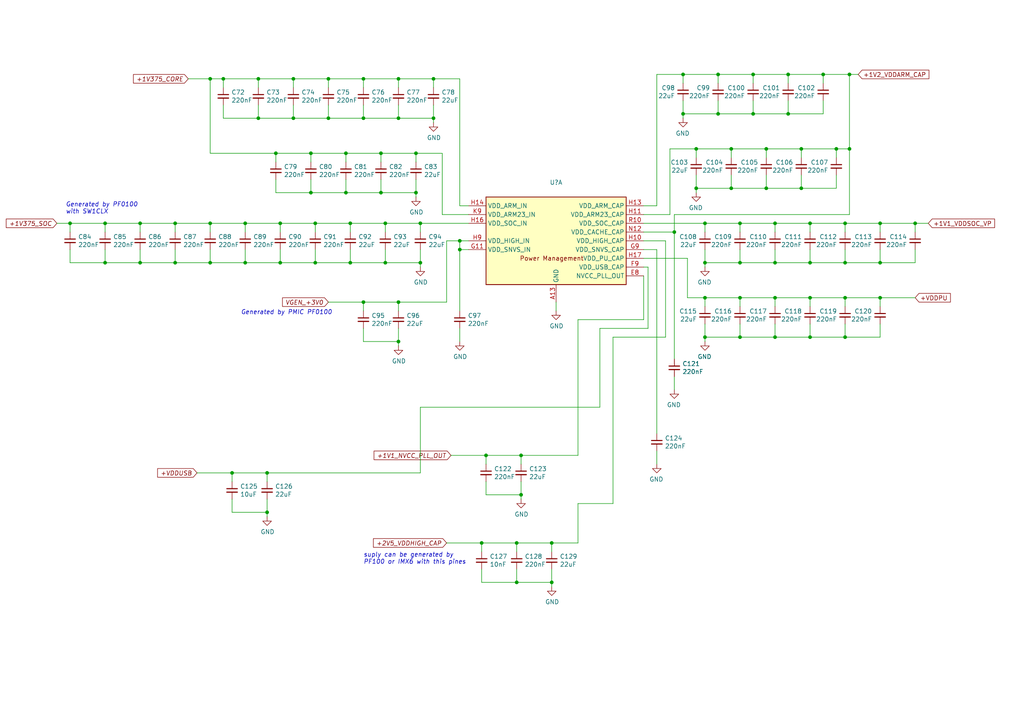
<source format=kicad_sch>
(kicad_sch (version 20211123) (generator eeschema)
  (paper "A4")
  (junction (at 100.33 55.88))
  (junction (at 85.09 34.29))
  (junction (at 101.6 76.2))
  (junction (at 212.09 54.61))
  (junction (at 50.8 76.2))
  (junction (at 110.49 55.88))
  (junction (at 212.09 43.18))
  (junction (at 242.57 43.18))
  (junction (at 105.41 87.63))
  (junction (at 95.25 22.86))
  (junction (at 80.01 44.45))
  (junction (at 85.09 22.86))
  (junction (at 64.77 22.86))
  (junction (at 255.27 64.77))
  (junction (at 120.65 55.88))
  (junction (at 204.47 76.2))
  (junction (at 208.28 21.59))
  (junction (at 234.95 97.79))
  (junction (at 198.12 21.59))
  (junction (at 60.96 64.77))
  (junction (at 222.25 54.61))
  (junction (at 232.41 43.18))
  (junction (at 224.79 86.36))
  (junction (at 81.28 76.2))
  (junction (at 246.38 21.59))
  (junction (at 228.6 33.02))
  (junction (at 265.43 64.77))
  (junction (at 234.95 64.77))
  (junction (at 204.47 97.79))
  (junction (at 111.76 64.77))
  (junction (at 201.93 43.18))
  (junction (at 245.11 86.36))
  (junction (at 218.44 21.59))
  (junction (at 234.95 86.36))
  (junction (at 125.73 22.86))
  (junction (at 40.64 76.2))
  (junction (at 255.27 86.36))
  (junction (at 111.76 76.2))
  (junction (at 208.28 33.02))
  (junction (at 60.96 22.86))
  (junction (at 228.6 21.59))
  (junction (at 74.93 22.86))
  (junction (at 204.47 86.36))
  (junction (at 101.6 64.77))
  (junction (at 214.63 97.79))
  (junction (at 77.47 148.59))
  (junction (at 245.11 76.2))
  (junction (at 224.79 76.2))
  (junction (at 201.93 54.61))
  (junction (at 121.92 64.77))
  (junction (at 139.7 157.48))
  (junction (at 105.41 34.29))
  (junction (at 90.17 44.45))
  (junction (at 105.41 22.86))
  (junction (at 30.48 64.77))
  (junction (at 91.44 64.77))
  (junction (at 115.57 22.86))
  (junction (at 115.57 99.06))
  (junction (at 149.86 157.48))
  (junction (at 214.63 76.2))
  (junction (at 100.33 44.45))
  (junction (at 133.35 69.85))
  (junction (at 160.02 168.91))
  (junction (at 60.96 76.2))
  (junction (at 255.27 76.2))
  (junction (at 245.11 64.77))
  (junction (at 195.58 67.31))
  (junction (at 151.13 143.51))
  (junction (at 67.31 137.16))
  (junction (at 74.93 34.29))
  (junction (at 238.76 21.59))
  (junction (at 20.32 64.77))
  (junction (at 234.95 76.2))
  (junction (at 91.44 76.2))
  (junction (at 151.13 132.08))
  (junction (at 120.65 44.45))
  (junction (at 121.92 76.2))
  (junction (at 198.12 33.02))
  (junction (at 214.63 86.36))
  (junction (at 245.11 97.79))
  (junction (at 232.41 54.61))
  (junction (at 115.57 87.63))
  (junction (at 81.28 64.77))
  (junction (at 133.35 72.39))
  (junction (at 204.47 64.77))
  (junction (at 77.47 137.16))
  (junction (at 40.64 64.77))
  (junction (at 149.86 168.91))
  (junction (at 160.02 157.48))
  (junction (at 224.79 97.79))
  (junction (at 214.63 64.77))
  (junction (at 224.79 64.77))
  (junction (at 110.49 44.45))
  (junction (at 30.48 76.2))
  (junction (at 71.12 64.77))
  (junction (at 115.57 34.29))
  (junction (at 246.38 43.18))
  (junction (at 50.8 64.77))
  (junction (at 140.97 132.08))
  (junction (at 90.17 55.88))
  (junction (at 222.25 43.18))
  (junction (at 95.25 34.29))
  (junction (at 125.73 34.29))
  (junction (at 218.44 33.02))
  (junction (at 71.12 76.2))
  (wire (pts (xy 110.49 55.88) (xy 120.65 55.88)))
  (wire (pts (xy 190.5 21.59) (xy 198.12 21.59)))
  (wire (pts (xy 201.93 45.72) (xy 201.93 43.18)))
  (wire (pts (xy 135.89 72.39) (xy 133.35 72.39)))
  (wire (pts (xy 151.13 132.08) (xy 140.97 132.08)))
  (wire (pts (xy 255.27 76.2) (xy 245.11 76.2)))
  (wire (pts (xy 121.92 72.39) (xy 121.92 76.2)))
  (wire (pts (xy 40.64 72.39) (xy 40.64 76.2)))
  (wire (pts (xy 105.41 22.86) (xy 95.25 22.86)))
  (wire (pts (xy 245.11 97.79) (xy 234.95 97.79)))
  (wire (pts (xy 40.64 64.77) (xy 30.48 64.77)))
  (wire (pts (xy 186.69 59.69) (xy 190.5 59.69)))
  (wire (pts (xy 81.28 67.31) (xy 81.28 64.77)))
  (wire (pts (xy 139.7 157.48) (xy 129.54 157.48)))
  (wire (pts (xy 265.43 72.39) (xy 265.43 76.2)))
  (wire (pts (xy 224.79 88.9) (xy 224.79 86.36)))
  (wire (pts (xy 208.28 24.13) (xy 208.28 21.59)))
  (wire (pts (xy 67.31 148.59) (xy 77.47 148.59)))
  (wire (pts (xy 91.44 64.77) (xy 81.28 64.77)))
  (wire (pts (xy 246.38 21.59) (xy 246.38 43.18)))
  (wire (pts (xy 208.28 29.21) (xy 208.28 33.02)))
  (wire (pts (xy 198.12 33.02) (xy 198.12 34.29)))
  (wire (pts (xy 50.8 64.77) (xy 40.64 64.77)))
  (wire (pts (xy 135.89 59.69) (xy 133.35 59.69)))
  (wire (pts (xy 120.65 52.07) (xy 120.65 55.88)))
  (wire (pts (xy 115.57 22.86) (xy 105.41 22.86)))
  (wire (pts (xy 64.77 34.29) (xy 74.93 34.29)))
  (wire (pts (xy 30.48 76.2) (xy 40.64 76.2)))
  (wire (pts (xy 135.89 62.23) (xy 128.27 62.23)))
  (wire (pts (xy 186.69 64.77) (xy 204.47 64.77)))
  (wire (pts (xy 120.65 55.88) (xy 120.65 57.15)))
  (wire (pts (xy 60.96 44.45) (xy 60.96 22.86)))
  (wire (pts (xy 160.02 165.1) (xy 160.02 168.91)))
  (wire (pts (xy 139.7 168.91) (xy 149.86 168.91)))
  (wire (pts (xy 238.76 24.13) (xy 238.76 21.59)))
  (wire (pts (xy 151.13 143.51) (xy 151.13 144.78)))
  (wire (pts (xy 80.01 52.07) (xy 80.01 55.88)))
  (wire (pts (xy 139.7 165.1) (xy 139.7 168.91)))
  (wire (pts (xy 90.17 55.88) (xy 100.33 55.88)))
  (wire (pts (xy 265.43 67.31) (xy 265.43 64.77)))
  (wire (pts (xy 173.99 95.25) (xy 173.99 118.11)))
  (wire (pts (xy 115.57 25.4) (xy 115.57 22.86)))
  (wire (pts (xy 212.09 45.72) (xy 212.09 43.18)))
  (wire (pts (xy 120.65 46.99) (xy 120.65 44.45)))
  (wire (pts (xy 218.44 21.59) (xy 228.6 21.59)))
  (wire (pts (xy 133.35 59.69) (xy 133.35 22.86)))
  (wire (pts (xy 161.29 90.17) (xy 161.29 87.63)))
  (wire (pts (xy 115.57 95.25) (xy 115.57 99.06)))
  (wire (pts (xy 67.31 137.16) (xy 57.15 137.16)))
  (wire (pts (xy 255.27 64.77) (xy 265.43 64.77)))
  (wire (pts (xy 139.7 160.02) (xy 139.7 157.48)))
  (wire (pts (xy 77.47 139.7) (xy 77.47 137.16)))
  (wire (pts (xy 255.27 93.98) (xy 255.27 97.79)))
  (wire (pts (xy 133.35 72.39) (xy 133.35 90.17)))
  (wire (pts (xy 111.76 76.2) (xy 121.92 76.2)))
  (wire (pts (xy 255.27 86.36) (xy 265.43 86.36)))
  (wire (pts (xy 214.63 97.79) (xy 204.47 97.79)))
  (wire (pts (xy 77.47 148.59) (xy 77.47 149.86)))
  (wire (pts (xy 204.47 88.9) (xy 204.47 86.36)))
  (wire (pts (xy 115.57 30.48) (xy 115.57 34.29)))
  (wire (pts (xy 125.73 30.48) (xy 125.73 34.29)))
  (wire (pts (xy 245.11 76.2) (xy 234.95 76.2)))
  (wire (pts (xy 140.97 134.62) (xy 140.97 132.08)))
  (wire (pts (xy 105.41 87.63) (xy 95.25 87.63)))
  (wire (pts (xy 224.79 72.39) (xy 224.79 76.2)))
  (wire (pts (xy 245.11 88.9) (xy 245.11 86.36)))
  (wire (pts (xy 195.58 67.31) (xy 195.58 62.23)))
  (wire (pts (xy 85.09 34.29) (xy 95.25 34.29)))
  (wire (pts (xy 80.01 46.99) (xy 80.01 44.45)))
  (wire (pts (xy 140.97 143.51) (xy 151.13 143.51)))
  (wire (pts (xy 208.28 33.02) (xy 198.12 33.02)))
  (wire (pts (xy 228.6 29.21) (xy 228.6 33.02)))
  (wire (pts (xy 195.58 109.22) (xy 195.58 113.03)))
  (wire (pts (xy 245.11 93.98) (xy 245.11 97.79)))
  (wire (pts (xy 234.95 93.98) (xy 234.95 97.79)))
  (wire (pts (xy 234.95 76.2) (xy 224.79 76.2)))
  (wire (pts (xy 255.27 72.39) (xy 255.27 76.2)))
  (wire (pts (xy 201.93 43.18) (xy 212.09 43.18)))
  (wire (pts (xy 95.25 25.4) (xy 95.25 22.86)))
  (wire (pts (xy 30.48 64.77) (xy 20.32 64.77)))
  (wire (pts (xy 149.86 157.48) (xy 139.7 157.48)))
  (wire (pts (xy 214.63 86.36) (xy 224.79 86.36)))
  (wire (pts (xy 50.8 76.2) (xy 60.96 76.2)))
  (wire (pts (xy 177.8 146.05) (xy 177.8 97.79)))
  (wire (pts (xy 212.09 54.61) (xy 201.93 54.61)))
  (wire (pts (xy 85.09 30.48) (xy 85.09 34.29)))
  (wire (pts (xy 101.6 64.77) (xy 91.44 64.77)))
  (wire (pts (xy 60.96 67.31) (xy 60.96 64.77)))
  (wire (pts (xy 80.01 55.88) (xy 90.17 55.88)))
  (wire (pts (xy 105.41 34.29) (xy 115.57 34.29)))
  (wire (pts (xy 246.38 62.23) (xy 246.38 43.18)))
  (wire (pts (xy 190.5 130.81) (xy 190.5 134.62)))
  (wire (pts (xy 214.63 93.98) (xy 214.63 97.79)))
  (wire (pts (xy 125.73 34.29) (xy 125.73 35.56)))
  (wire (pts (xy 128.27 44.45) (xy 120.65 44.45)))
  (wire (pts (xy 121.92 137.16) (xy 77.47 137.16)))
  (wire (pts (xy 234.95 72.39) (xy 234.95 76.2)))
  (wire (pts (xy 125.73 25.4) (xy 125.73 22.86)))
  (wire (pts (xy 101.6 76.2) (xy 111.76 76.2)))
  (wire (pts (xy 74.93 30.48) (xy 74.93 34.29)))
  (wire (pts (xy 234.95 86.36) (xy 245.11 86.36)))
  (wire (pts (xy 208.28 21.59) (xy 218.44 21.59)))
  (wire (pts (xy 265.43 64.77) (xy 269.24 64.77)))
  (wire (pts (xy 198.12 21.59) (xy 208.28 21.59)))
  (wire (pts (xy 167.64 157.48) (xy 160.02 157.48)))
  (wire (pts (xy 151.13 134.62) (xy 151.13 132.08)))
  (wire (pts (xy 234.95 88.9) (xy 234.95 86.36)))
  (wire (pts (xy 67.31 139.7) (xy 67.31 137.16)))
  (wire (pts (xy 232.41 50.8) (xy 232.41 54.61)))
  (wire (pts (xy 50.8 72.39) (xy 50.8 76.2)))
  (wire (pts (xy 234.95 64.77) (xy 245.11 64.77)))
  (wire (pts (xy 228.6 21.59) (xy 238.76 21.59)))
  (wire (pts (xy 20.32 67.31) (xy 20.32 64.77)))
  (wire (pts (xy 151.13 132.08) (xy 167.64 132.08)))
  (wire (pts (xy 81.28 64.77) (xy 71.12 64.77)))
  (wire (pts (xy 20.32 72.39) (xy 20.32 76.2)))
  (wire (pts (xy 255.27 88.9) (xy 255.27 86.36)))
  (wire (pts (xy 224.79 93.98) (xy 224.79 97.79)))
  (wire (pts (xy 228.6 24.13) (xy 228.6 21.59)))
  (wire (pts (xy 91.44 72.39) (xy 91.44 76.2)))
  (wire (pts (xy 238.76 21.59) (xy 246.38 21.59)))
  (wire (pts (xy 95.25 22.86) (xy 85.09 22.86)))
  (wire (pts (xy 105.41 95.25) (xy 105.41 99.06)))
  (wire (pts (xy 204.47 86.36) (xy 214.63 86.36)))
  (wire (pts (xy 101.6 72.39) (xy 101.6 76.2)))
  (wire (pts (xy 71.12 76.2) (xy 81.28 76.2)))
  (wire (pts (xy 121.92 64.77) (xy 111.76 64.77)))
  (wire (pts (xy 232.41 43.18) (xy 242.57 43.18)))
  (wire (pts (xy 242.57 54.61) (xy 232.41 54.61)))
  (wire (pts (xy 111.76 64.77) (xy 101.6 64.77)))
  (wire (pts (xy 121.92 76.2) (xy 121.92 77.47)))
  (wire (pts (xy 71.12 72.39) (xy 71.12 76.2)))
  (wire (pts (xy 120.65 44.45) (xy 110.49 44.45)))
  (wire (pts (xy 190.5 72.39) (xy 190.5 125.73)))
  (wire (pts (xy 195.58 62.23) (xy 246.38 62.23)))
  (wire (pts (xy 85.09 22.86) (xy 74.93 22.86)))
  (wire (pts (xy 85.09 25.4) (xy 85.09 22.86)))
  (wire (pts (xy 74.93 34.29) (xy 85.09 34.29)))
  (wire (pts (xy 167.64 146.05) (xy 177.8 146.05)))
  (wire (pts (xy 214.63 76.2) (xy 204.47 76.2)))
  (wire (pts (xy 121.92 118.11) (xy 121.92 137.16)))
  (wire (pts (xy 105.41 25.4) (xy 105.41 22.86)))
  (wire (pts (xy 193.04 97.79) (xy 193.04 69.85)))
  (wire (pts (xy 54.61 22.86) (xy 60.96 22.86)))
  (wire (pts (xy 245.11 72.39) (xy 245.11 76.2)))
  (wire (pts (xy 228.6 33.02) (xy 218.44 33.02)))
  (wire (pts (xy 204.47 72.39) (xy 204.47 76.2)))
  (wire (pts (xy 173.99 118.11) (xy 121.92 118.11)))
  (wire (pts (xy 30.48 67.31) (xy 30.48 64.77)))
  (wire (pts (xy 222.25 43.18) (xy 232.41 43.18)))
  (wire (pts (xy 111.76 72.39) (xy 111.76 76.2)))
  (wire (pts (xy 246.38 21.59) (xy 248.92 21.59)))
  (wire (pts (xy 194.31 62.23) (xy 194.31 43.18)))
  (wire (pts (xy 115.57 87.63) (xy 129.54 87.63)))
  (wire (pts (xy 95.25 30.48) (xy 95.25 34.29)))
  (wire (pts (xy 110.49 52.07) (xy 110.49 55.88)))
  (wire (pts (xy 91.44 67.31) (xy 91.44 64.77)))
  (wire (pts (xy 50.8 67.31) (xy 50.8 64.77)))
  (wire (pts (xy 100.33 55.88) (xy 110.49 55.88)))
  (wire (pts (xy 60.96 76.2) (xy 71.12 76.2)))
  (wire (pts (xy 105.41 30.48) (xy 105.41 34.29)))
  (wire (pts (xy 224.79 64.77) (xy 234.95 64.77)))
  (wire (pts (xy 232.41 45.72) (xy 232.41 43.18)))
  (wire (pts (xy 128.27 62.23) (xy 128.27 44.45)))
  (wire (pts (xy 167.64 157.48) (xy 167.64 146.05)))
  (wire (pts (xy 64.77 22.86) (xy 60.96 22.86)))
  (wire (pts (xy 193.04 69.85) (xy 186.69 69.85)))
  (wire (pts (xy 91.44 76.2) (xy 101.6 76.2)))
  (wire (pts (xy 265.43 76.2) (xy 255.27 76.2)))
  (wire (pts (xy 67.31 144.78) (xy 67.31 148.59)))
  (wire (pts (xy 71.12 64.77) (xy 60.96 64.77)))
  (wire (pts (xy 101.6 67.31) (xy 101.6 64.77)))
  (wire (pts (xy 232.41 54.61) (xy 222.25 54.61)))
  (wire (pts (xy 212.09 50.8) (xy 212.09 54.61)))
  (wire (pts (xy 201.93 50.8) (xy 201.93 54.61)))
  (wire (pts (xy 199.39 74.93) (xy 199.39 86.36)))
  (wire (pts (xy 149.86 165.1) (xy 149.86 168.91)))
  (wire (pts (xy 95.25 34.29) (xy 105.41 34.29)))
  (wire (pts (xy 160.02 160.02) (xy 160.02 157.48)))
  (wire (pts (xy 214.63 67.31) (xy 214.63 64.77)))
  (wire (pts (xy 133.35 72.39) (xy 133.35 69.85)))
  (wire (pts (xy 20.32 64.77) (xy 16.51 64.77)))
  (wire (pts (xy 64.77 25.4) (xy 64.77 22.86)))
  (wire (pts (xy 135.89 69.85) (xy 133.35 69.85)))
  (wire (pts (xy 204.47 97.79) (xy 204.47 99.06)))
  (wire (pts (xy 234.95 67.31) (xy 234.95 64.77)))
  (wire (pts (xy 186.69 74.93) (xy 199.39 74.93)))
  (wire (pts (xy 160.02 157.48) (xy 149.86 157.48)))
  (wire (pts (xy 242.57 50.8) (xy 242.57 54.61)))
  (wire (pts (xy 198.12 29.21) (xy 198.12 33.02)))
  (wire (pts (xy 177.8 97.79) (xy 193.04 97.79)))
  (wire (pts (xy 204.47 93.98) (xy 204.47 97.79)))
  (wire (pts (xy 242.57 43.18) (xy 246.38 43.18)))
  (wire (pts (xy 198.12 24.13) (xy 198.12 21.59)))
  (wire (pts (xy 60.96 72.39) (xy 60.96 76.2)))
  (wire (pts (xy 133.35 69.85) (xy 129.54 69.85)))
  (wire (pts (xy 224.79 76.2) (xy 214.63 76.2)))
  (wire (pts (xy 121.92 67.31) (xy 121.92 64.77)))
  (wire (pts (xy 71.12 67.31) (xy 71.12 64.77)))
  (wire (pts (xy 60.96 44.45) (xy 80.01 44.45)))
  (wire (pts (xy 135.89 64.77) (xy 121.92 64.77)))
  (wire (pts (xy 167.64 92.71) (xy 167.64 132.08)))
  (wire (pts (xy 238.76 33.02) (xy 228.6 33.02)))
  (wire (pts (xy 218.44 24.13) (xy 218.44 21.59)))
  (wire (pts (xy 218.44 29.21) (xy 218.44 33.02)))
  (wire (pts (xy 245.11 64.77) (xy 255.27 64.77)))
  (wire (pts (xy 186.69 80.01) (xy 186.69 92.71)))
  (wire (pts (xy 149.86 160.02) (xy 149.86 157.48)))
  (wire (pts (xy 74.93 25.4) (xy 74.93 22.86)))
  (wire (pts (xy 100.33 46.99) (xy 100.33 44.45)))
  (wire (pts (xy 195.58 67.31) (xy 195.58 104.14)))
  (wire (pts (xy 115.57 99.06) (xy 115.57 100.33)))
  (wire (pts (xy 224.79 86.36) (xy 234.95 86.36)))
  (wire (pts (xy 115.57 90.17) (xy 115.57 87.63)))
  (wire (pts (xy 40.64 76.2) (xy 50.8 76.2)))
  (wire (pts (xy 110.49 46.99) (xy 110.49 44.45)))
  (wire (pts (xy 90.17 44.45) (xy 80.01 44.45)))
  (wire (pts (xy 255.27 97.79) (xy 245.11 97.79)))
  (wire (pts (xy 204.47 76.2) (xy 204.47 77.47)))
  (wire (pts (xy 222.25 45.72) (xy 222.25 43.18)))
  (wire (pts (xy 214.63 64.77) (xy 224.79 64.77)))
  (wire (pts (xy 224.79 67.31) (xy 224.79 64.77)))
  (wire (pts (xy 186.69 67.31) (xy 195.58 67.31)))
  (wire (pts (xy 201.93 54.61) (xy 201.93 55.88)))
  (wire (pts (xy 77.47 137.16) (xy 67.31 137.16)))
  (wire (pts (xy 187.96 77.47) (xy 187.96 95.25)))
  (wire (pts (xy 186.69 72.39) (xy 190.5 72.39)))
  (wire (pts (xy 77.47 144.78) (xy 77.47 148.59)))
  (wire (pts (xy 90.17 52.07) (xy 90.17 55.88)))
  (wire (pts (xy 105.41 99.06) (xy 115.57 99.06)))
  (wire (pts (xy 115.57 34.29) (xy 125.73 34.29)))
  (wire (pts (xy 186.69 92.71) (xy 167.64 92.71)))
  (wire (pts (xy 190.5 59.69) (xy 190.5 21.59)))
  (wire (pts (xy 214.63 72.39) (xy 214.63 76.2)))
  (wire (pts (xy 20.32 76.2) (xy 30.48 76.2)))
  (wire (pts (xy 125.73 22.86) (xy 115.57 22.86)))
  (wire (pts (xy 133.35 22.86) (xy 125.73 22.86)))
  (wire (pts (xy 199.39 86.36) (xy 204.47 86.36)))
  (wire (pts (xy 111.76 67.31) (xy 111.76 64.77)))
  (wire (pts (xy 81.28 72.39) (xy 81.28 76.2)))
  (wire (pts (xy 115.57 87.63) (xy 105.41 87.63)))
  (wire (pts (xy 238.76 29.21) (xy 238.76 33.02)))
  (wire (pts (xy 90.17 46.99) (xy 90.17 44.45)))
  (wire (pts (xy 222.25 50.8) (xy 222.25 54.61)))
  (wire (pts (xy 245.11 86.36) (xy 255.27 86.36)))
  (wire (pts (xy 133.35 95.25) (xy 133.35 99.06)))
  (wire (pts (xy 140.97 139.7) (xy 140.97 143.51)))
  (wire (pts (xy 214.63 88.9) (xy 214.63 86.36)))
  (wire (pts (xy 40.64 67.31) (xy 40.64 64.77)))
  (wire (pts (xy 194.31 43.18) (xy 201.93 43.18)))
  (wire (pts (xy 245.11 67.31) (xy 245.11 64.77)))
  (wire (pts (xy 204.47 67.31) (xy 204.47 64.77)))
  (wire (pts (xy 224.79 97.79) (xy 214.63 97.79)))
  (wire (pts (xy 64.77 30.48) (xy 64.77 34.29)))
  (wire (pts (xy 151.13 139.7) (xy 151.13 143.51)))
  (wire (pts (xy 105.41 90.17) (xy 105.41 87.63)))
  (wire (pts (xy 186.69 77.47) (xy 187.96 77.47)))
  (wire (pts (xy 218.44 33.02) (xy 208.28 33.02)))
  (wire (pts (xy 60.96 64.77) (xy 50.8 64.77)))
  (wire (pts (xy 81.28 76.2) (xy 91.44 76.2)))
  (wire (pts (xy 222.25 54.61) (xy 212.09 54.61)))
  (wire (pts (xy 100.33 52.07) (xy 100.33 55.88)))
  (wire (pts (xy 242.57 45.72) (xy 242.57 43.18)))
  (wire (pts (xy 204.47 64.77) (xy 214.63 64.77)))
  (wire (pts (xy 140.97 132.08) (xy 130.81 132.08)))
  (wire (pts (xy 186.69 62.23) (xy 194.31 62.23)))
  (wire (pts (xy 30.48 72.39) (xy 30.48 76.2)))
  (wire (pts (xy 149.86 168.91) (xy 160.02 168.91)))
  (wire (pts (xy 234.95 97.79) (xy 224.79 97.79)))
  (wire (pts (xy 255.27 67.31) (xy 255.27 64.77)))
  (wire (pts (xy 160.02 168.91) (xy 160.02 170.18)))
  (wire (pts (xy 129.54 69.85) (xy 129.54 87.63)))
  (wire (pts (xy 74.93 22.86) (xy 64.77 22.86)))
  (wire (pts (xy 187.96 95.25) (xy 173.99 95.25)))
  (wire (pts (xy 110.49 44.45) (xy 100.33 44.45)))
  (wire (pts (xy 212.09 43.18) (xy 222.25 43.18)))
  (wire (pts (xy 100.33 44.45) (xy 90.17 44.45)))
  (text "suply can be generated by \nPF100 or IMX6 with this pines" (at 105.41 163.83 0) (effects (font (size 1.27 1.27) italic) (justify left bottom)))
  (text "Generated by PMIC PF0100" (at 69.85 91.44 0) (effects (font (size 1.27 1.27) italic) (justify left bottom)))
  (text "Generated by PF0100\nwith SW1CLX\n" (at 19.05 62.23 0) (effects (font (size 1.27 1.27) italic) (justify left bottom)))
  (global_label "+1V2_VDDARM_CAP" (shape input) (at 248.92 21.59 0) (property "Intersheet References" "${INTERSHEET_REFS}" (effects hide)))
  (global_label "+VDDUSB" (shape input) (at 57.15 137.16 180) (effects (font italic)) (property "Intersheet References" "${INTERSHEET_REFS}" (effects hide)))
  (global_label "+1V1_VDDSOC_VP" (shape input) (at 269.24 64.77 0) (property "Intersheet References" "${INTERSHEET_REFS}" (effects hide)))
  (global_label "+1V375_SOC" (shape input) (at 16.51 64.77 180) (effects (font italic)) (property "Intersheet References" "${INTERSHEET_REFS}" (effects hide)))
  (global_label "+2V5_VDDHIGH_CAP" (shape input) (at 129.54 157.48 180) (effects (font italic)) (property "Intersheet References" "${INTERSHEET_REFS}" (effects hide)))
  (global_label "+1V1_NVCC_PLL_OUT" (shape input) (at 130.81 132.08 180) (effects (font italic)) (property "Intersheet References" "${INTERSHEET_REFS}" (effects hide)))
  (global_label "+VDDPU" (shape input) (at 265.43 86.36 0) (property "Intersheet References" "${INTERSHEET_REFS}" (effects hide)))
  (global_label "VGEN_+3V0" (shape input) (at 95.25 87.63 180) (effects (font italic)) (property "Intersheet References" "${INTERSHEET_REFS}" (effects hide)))
  (global_label "+1V375_CORE" (shape input) (at 54.61 22.86 180) (effects (font italic)) (property "Intersheet References" "${INTERSHEET_REFS}" (effects hide)))
  (symbol (lib_id "IMXDesign-rescue:MCIMX6QP5EVT-CPU_NXP_IMX") (at 161.29 69.85 0) (unit 1)
    (property "Reference" "U?" (at 161.29 52.9082 0))
    (property "Datasheet" "https://www.nxp.com/docs/en/data-sheet/IMX6DQPCEC.pdf" (effects hide))
  )
  (symbol (lib_id "IMXDesign-rescue:GND-power") (at 161.29 90.17 0) (unit 1)
    (property "Reference" "#PWR0172" (effects hide))
    (property "Value" "GND" (at 161.417 94.5642 0))
  )
  (symbol (lib_id "IMXDesign-rescue:C_Small-Device") (at 125.73 27.94 0) (unit 1)
    (property "Reference" "C78" (at 128.0668 26.7716 0) (effects (justify left)))
    (property "Value" "22uF" (at 128.0668 29.083 0) (effects (justify left)))
    (property "Footprint" "Capacitor_SMD:C_0603_1608Metric" (effects hide))
  )
  (symbol (lib_id "IMXDesign-rescue:C_Small-Device") (at 115.57 27.94 0) (unit 1)
    (property "Reference" "C77" (at 117.9068 26.7716 0) (effects (justify left)))
    (property "Value" "220nF" (at 117.9068 29.083 0) (effects (justify left)))
    (property "Footprint" "Capacitor_SMD:C_0201_0603Metric" (effects hide))
  )
  (symbol (lib_id "IMXDesign-rescue:C_Small-Device") (at 105.41 27.94 0) (unit 1)
    (property "Reference" "C76" (at 107.7468 26.7716 0) (effects (justify left)))
    (property "Value" "220nF" (at 107.7468 29.083 0) (effects (justify left)))
    (property "Footprint" "Capacitor_SMD:C_0201_0603Metric" (effects hide))
  )
  (symbol (lib_id "IMXDesign-rescue:C_Small-Device") (at 95.25 27.94 0) (unit 1)
    (property "Reference" "C75" (at 97.5868 26.7716 0) (effects (justify left)))
    (property "Value" "220nF" (at 97.5868 29.083 0) (effects (justify left)))
    (property "Footprint" "Capacitor_SMD:C_0201_0603Metric" (effects hide))
  )
  (symbol (lib_id "IMXDesign-rescue:C_Small-Device") (at 85.09 27.94 0) (unit 1)
    (property "Reference" "C74" (at 87.4268 26.7716 0) (effects (justify left)))
    (property "Value" "220nF" (at 87.4268 29.083 0) (effects (justify left)))
    (property "Footprint" "Capacitor_SMD:C_0201_0603Metric" (effects hide))
  )
  (symbol (lib_id "IMXDesign-rescue:C_Small-Device") (at 74.93 27.94 0) (unit 1)
    (property "Reference" "C73" (at 77.2668 26.7716 0) (effects (justify left)))
    (property "Value" "220nF" (at 77.2668 29.083 0) (effects (justify left)))
    (property "Footprint" "Capacitor_SMD:C_0201_0603Metric" (effects hide))
  )
  (symbol (lib_id "IMXDesign-rescue:C_Small-Device") (at 64.77 27.94 0) (unit 1)
    (property "Reference" "C72" (at 67.1068 26.7716 0) (effects (justify left)))
    (property "Value" "220nF" (at 67.1068 29.083 0) (effects (justify left)))
    (property "Footprint" "Capacitor_SMD:C_0201_0603Metric" (effects hide))
  )
  (symbol (lib_id "IMXDesign-rescue:GND-power") (at 125.73 35.56 0) (unit 1)
    (property "Reference" "#PWR0173" (effects hide))
    (property "Value" "GND" (at 125.857 39.9542 0))
  )
  (symbol (lib_id "IMXDesign-rescue:C_Small-Device") (at 120.65 49.53 0) (unit 1)
    (property "Reference" "C83" (at 122.9868 48.3616 0) (effects (justify left)))
    (property "Value" "22uF" (at 122.9868 50.673 0) (effects (justify left)))
    (property "Footprint" "Capacitor_SMD:C_0603_1608Metric" (effects hide))
  )
  (symbol (lib_id "IMXDesign-rescue:C_Small-Device") (at 110.49 49.53 0) (unit 1)
    (property "Reference" "C82" (at 112.8268 48.3616 0) (effects (justify left)))
    (property "Value" "220nF" (at 112.8268 50.673 0) (effects (justify left)))
    (property "Footprint" "Capacitor_SMD:C_0201_0603Metric" (effects hide))
  )
  (symbol (lib_id "IMXDesign-rescue:C_Small-Device") (at 100.33 49.53 0) (unit 1)
    (property "Reference" "C81" (at 102.6668 48.3616 0) (effects (justify left)))
    (property "Value" "220nF" (at 102.6668 50.673 0) (effects (justify left)))
    (property "Footprint" "Capacitor_SMD:C_0201_0603Metric" (effects hide))
  )
  (symbol (lib_id "IMXDesign-rescue:C_Small-Device") (at 90.17 49.53 0) (unit 1)
    (property "Reference" "C80" (at 92.5068 48.3616 0) (effects (justify left)))
    (property "Value" "220nF" (at 92.5068 50.673 0) (effects (justify left)))
    (property "Footprint" "Capacitor_SMD:C_0201_0603Metric" (effects hide))
  )
  (symbol (lib_id "IMXDesign-rescue:C_Small-Device") (at 80.01 49.53 0) (unit 1)
    (property "Reference" "C79" (at 82.3468 48.3616 0) (effects (justify left)))
    (property "Value" "220nF" (at 82.3468 50.673 0) (effects (justify left)))
    (property "Footprint" "Capacitor_SMD:C_0201_0603Metric" (effects hide))
  )
  (symbol (lib_id "IMXDesign-rescue:GND-power") (at 120.65 57.15 0) (unit 1)
    (property "Reference" "#PWR0174" (effects hide))
    (property "Value" "GND" (at 120.777 61.5442 0))
  )
  (symbol (lib_id "IMXDesign-rescue:C_Small-Device") (at 101.6 69.85 0) (unit 1)
    (property "Reference" "C92" (at 103.9368 68.6816 0) (effects (justify left)))
    (property "Value" "22uF" (at 103.9368 70.993 0) (effects (justify left)))
    (property "Footprint" "Capacitor_SMD:C_0603_1608Metric" (effects hide))
  )
  (symbol (lib_id "IMXDesign-rescue:C_Small-Device") (at 91.44 69.85 0) (unit 1)
    (property "Reference" "C91" (at 93.7768 68.6816 0) (effects (justify left)))
    (property "Value" "220nF" (at 93.7768 70.993 0) (effects (justify left)))
    (property "Footprint" "Capacitor_SMD:C_0201_0603Metric" (effects hide))
  )
  (symbol (lib_id "IMXDesign-rescue:C_Small-Device") (at 81.28 69.85 0) (unit 1)
    (property "Reference" "C90" (at 83.6168 68.6816 0) (effects (justify left)))
    (property "Value" "220nF" (at 83.6168 70.993 0) (effects (justify left)))
    (property "Footprint" "Capacitor_SMD:C_0201_0603Metric" (effects hide))
  )
  (symbol (lib_id "IMXDesign-rescue:C_Small-Device") (at 71.12 69.85 0) (unit 1)
    (property "Reference" "C89" (at 73.4568 68.6816 0) (effects (justify left)))
    (property "Value" "220nF" (at 73.4568 70.993 0) (effects (justify left)))
    (property "Footprint" "Capacitor_SMD:C_0201_0603Metric" (effects hide))
  )
  (symbol (lib_id "IMXDesign-rescue:C_Small-Device") (at 60.96 69.85 0) (unit 1)
    (property "Reference" "C88" (at 63.2968 68.6816 0) (effects (justify left)))
    (property "Value" "220nF" (at 63.2968 70.993 0) (effects (justify left)))
    (property "Footprint" "Capacitor_SMD:C_0201_0603Metric" (effects hide))
  )
  (symbol (lib_id "IMXDesign-rescue:C_Small-Device") (at 50.8 69.85 0) (unit 1)
    (property "Reference" "C87" (at 53.1368 68.6816 0) (effects (justify left)))
    (property "Value" "220nF" (at 53.1368 70.993 0) (effects (justify left)))
    (property "Footprint" "Capacitor_SMD:C_0201_0603Metric" (effects hide))
  )
  (symbol (lib_id "IMXDesign-rescue:C_Small-Device") (at 40.64 69.85 0) (unit 1)
    (property "Reference" "C86" (at 42.9768 68.6816 0) (effects (justify left)))
    (property "Value" "220nF" (at 42.9768 70.993 0) (effects (justify left)))
    (property "Footprint" "Capacitor_SMD:C_0201_0603Metric" (effects hide))
  )
  (symbol (lib_id "IMXDesign-rescue:C_Small-Device") (at 30.48 69.85 0) (unit 1)
    (property "Reference" "C85" (at 32.8168 68.6816 0) (effects (justify left)))
    (property "Value" "220nF" (at 32.8168 70.993 0) (effects (justify left)))
    (property "Footprint" "Capacitor_SMD:C_0201_0603Metric" (effects hide))
  )
  (symbol (lib_id "IMXDesign-rescue:C_Small-Device") (at 20.32 69.85 0) (unit 1)
    (property "Reference" "C84" (at 22.6568 68.6816 0) (effects (justify left)))
    (property "Value" "220nF" (at 22.6568 70.993 0) (effects (justify left)))
    (property "Footprint" "Capacitor_SMD:C_0201_0603Metric" (effects hide))
  )
  (symbol (lib_id "IMXDesign-rescue:C_Small-Device") (at 111.76 69.85 0) (unit 1)
    (property "Reference" "C93" (at 114.0968 68.6816 0) (effects (justify left)))
    (property "Value" "22uF" (at 114.0968 70.993 0) (effects (justify left)))
    (property "Footprint" "Capacitor_SMD:C_0603_1608Metric" (effects hide))
  )
  (symbol (lib_id "IMXDesign-rescue:C_Small-Device") (at 121.92 69.85 0) (unit 1)
    (property "Reference" "C94" (at 124.2568 68.6816 0) (effects (justify left)))
    (property "Value" "22uF" (at 124.2568 70.993 0) (effects (justify left)))
    (property "Footprint" "Capacitor_SMD:C_0603_1608Metric" (effects hide))
  )
  (symbol (lib_id "IMXDesign-rescue:GND-power") (at 121.92 77.47 0) (unit 1)
    (property "Reference" "#PWR0175" (effects hide))
    (property "Value" "GND" (at 122.047 81.8642 0))
  )
  (symbol (lib_id "IMXDesign-rescue:C_Small-Device") (at 115.57 92.71 0) (unit 1)
    (property "Reference" "C96" (at 117.9068 91.5416 0) (effects (justify left)))
    (property "Value" "22uF" (at 117.9068 93.853 0) (effects (justify left)))
    (property "Footprint" "Capacitor_SMD:C_0603_1608Metric" (effects hide))
  )
  (symbol (lib_id "IMXDesign-rescue:C_Small-Device") (at 105.41 92.71 0) (unit 1)
    (property "Reference" "C95" (at 107.7468 91.5416 0) (effects (justify left)))
    (property "Value" "220nF" (at 107.7468 93.853 0) (effects (justify left)))
    (property "Footprint" "Capacitor_SMD:C_0201_0603Metric" (effects hide))
  )
  (symbol (lib_id "IMXDesign-rescue:GND-power") (at 115.57 100.33 0) (unit 1)
    (property "Reference" "#PWR0176" (effects hide))
    (property "Value" "GND" (at 115.697 104.7242 0))
  )
  (symbol (lib_id "IMXDesign-rescue:C_Small-Device") (at 133.35 92.71 0) (unit 1)
    (property "Reference" "C97" (at 135.6868 91.5416 0) (effects (justify left)))
    (property "Value" "220nF" (at 135.6868 93.853 0) (effects (justify left)))
    (property "Footprint" "Capacitor_SMD:C_0201_0603Metric" (effects hide))
  )
  (symbol (lib_id "IMXDesign-rescue:GND-power") (at 133.35 99.06 0) (unit 1)
    (property "Reference" "#PWR0177" (effects hide))
    (property "Value" "GND" (at 133.477 103.4542 0))
  )
  (symbol (lib_id "IMXDesign-rescue:C_Small-Device") (at 198.12 26.67 0) (mirror y) (unit 1)
    (property "Reference" "C98" (at 195.7832 25.5016 0) (effects (justify left)))
    (property "Value" "22uF" (at 195.7832 27.813 0) (effects (justify left)))
    (property "Footprint" "Capacitor_SMD:C_0603_1608Metric" (effects hide))
  )
  (symbol (lib_id "IMXDesign-rescue:C_Small-Device") (at 208.28 26.67 0) (mirror y) (unit 1)
    (property "Reference" "C99" (at 205.9432 25.5016 0) (effects (justify left)))
    (property "Value" "220nF" (at 205.9432 27.813 0) (effects (justify left)))
    (property "Footprint" "Capacitor_SMD:C_0201_0603Metric" (effects hide))
  )
  (symbol (lib_id "IMXDesign-rescue:C_Small-Device") (at 218.44 26.67 0) (mirror y) (unit 1)
    (property "Reference" "C100" (at 216.1032 25.5016 0) (effects (justify left)))
    (property "Value" "220nF" (at 216.1032 27.813 0) (effects (justify left)))
    (property "Footprint" "Capacitor_SMD:C_0201_0603Metric" (effects hide))
  )
  (symbol (lib_id "IMXDesign-rescue:C_Small-Device") (at 228.6 26.67 0) (mirror y) (unit 1)
    (property "Reference" "C101" (at 226.2632 25.5016 0) (effects (justify left)))
    (property "Value" "220nF" (at 226.2632 27.813 0) (effects (justify left)))
    (property "Footprint" "Capacitor_SMD:C_0201_0603Metric" (effects hide))
  )
  (symbol (lib_id "IMXDesign-rescue:C_Small-Device") (at 238.76 26.67 0) (mirror y) (unit 1)
    (property "Reference" "C102" (at 236.4232 25.5016 0) (effects (justify left)))
    (property "Value" "220nF" (at 236.4232 27.813 0) (effects (justify left)))
    (property "Footprint" "Capacitor_SMD:C_0201_0603Metric" (effects hide))
  )
  (symbol (lib_id "IMXDesign-rescue:GND-power") (at 198.12 34.29 0) (mirror y) (unit 1)
    (property "Reference" "#PWR0178" (effects hide))
    (property "Value" "GND" (at 197.993 38.6842 0))
  )
  (symbol (lib_id "IMXDesign-rescue:C_Small-Device") (at 201.93 48.26 0) (mirror y) (unit 1)
    (property "Reference" "C103" (at 199.5932 47.0916 0) (effects (justify left)))
    (property "Value" "22uF" (at 199.5932 49.403 0) (effects (justify left)))
    (property "Footprint" "Capacitor_SMD:C_0603_1608Metric" (effects hide))
  )
  (symbol (lib_id "IMXDesign-rescue:C_Small-Device") (at 212.09 48.26 0) (mirror y) (unit 1)
    (property "Reference" "C104" (at 209.7532 47.0916 0) (effects (justify left)))
    (property "Value" "220nF" (at 209.7532 49.403 0) (effects (justify left)))
    (property "Footprint" "Capacitor_SMD:C_0201_0603Metric" (effects hide))
  )
  (symbol (lib_id "IMXDesign-rescue:C_Small-Device") (at 222.25 48.26 0) (mirror y) (unit 1)
    (property "Reference" "C105" (at 219.9132 47.0916 0) (effects (justify left)))
    (property "Value" "220nF" (at 219.9132 49.403 0) (effects (justify left)))
    (property "Footprint" "Capacitor_SMD:C_0201_0603Metric" (effects hide))
  )
  (symbol (lib_id "IMXDesign-rescue:C_Small-Device") (at 232.41 48.26 0) (mirror y) (unit 1)
    (property "Reference" "C106" (at 230.0732 47.0916 0) (effects (justify left)))
    (property "Value" "220nF" (at 230.0732 49.403 0) (effects (justify left)))
    (property "Footprint" "Capacitor_SMD:C_0201_0603Metric" (effects hide))
  )
  (symbol (lib_id "IMXDesign-rescue:C_Small-Device") (at 242.57 48.26 0) (mirror y) (unit 1)
    (property "Reference" "C107" (at 240.2332 47.0916 0) (effects (justify left)))
    (property "Value" "220nF" (at 240.2332 49.403 0) (effects (justify left)))
    (property "Footprint" "Capacitor_SMD:C_0201_0603Metric" (effects hide))
  )
  (symbol (lib_id "IMXDesign-rescue:GND-power") (at 201.93 55.88 0) (mirror y) (unit 1)
    (property "Reference" "#PWR0179" (effects hide))
    (property "Value" "GND" (at 201.803 60.2742 0))
  )
  (symbol (lib_id "IMXDesign-rescue:C_Small-Device") (at 204.47 69.85 0) (mirror y) (unit 1)
    (property "Reference" "C108" (at 202.1332 68.6816 0) (effects (justify left)))
    (property "Value" "22uF" (at 202.1332 70.993 0) (effects (justify left)))
    (property "Footprint" "Capacitor_SMD:C_0603_1608Metric" (effects hide))
  )
  (symbol (lib_id "IMXDesign-rescue:C_Small-Device") (at 214.63 69.85 0) (mirror y) (unit 1)
    (property "Reference" "C109" (at 212.2932 68.6816 0) (effects (justify left)))
    (property "Value" "220nF" (at 212.2932 70.993 0) (effects (justify left)))
    (property "Footprint" "Capacitor_SMD:C_0201_0603Metric" (effects hide))
  )
  (symbol (lib_id "IMXDesign-rescue:C_Small-Device") (at 224.79 69.85 0) (mirror y) (unit 1)
    (property "Reference" "C110" (at 222.4532 68.6816 0) (effects (justify left)))
    (property "Value" "220nF" (at 222.4532 70.993 0) (effects (justify left)))
    (property "Footprint" "Capacitor_SMD:C_0201_0603Metric" (effects hide))
  )
  (symbol (lib_id "IMXDesign-rescue:C_Small-Device") (at 234.95 69.85 0) (mirror y) (unit 1)
    (property "Reference" "C111" (at 232.6132 68.6816 0) (effects (justify left)))
    (property "Value" "220nF" (at 232.6132 70.993 0) (effects (justify left)))
    (property "Footprint" "Capacitor_SMD:C_0201_0603Metric" (effects hide))
  )
  (symbol (lib_id "IMXDesign-rescue:C_Small-Device") (at 245.11 69.85 0) (mirror y) (unit 1)
    (property "Reference" "C112" (at 242.7732 68.6816 0) (effects (justify left)))
    (property "Value" "220nF" (at 242.7732 70.993 0) (effects (justify left)))
    (property "Footprint" "Capacitor_SMD:C_0201_0603Metric" (effects hide))
  )
  (symbol (lib_id "IMXDesign-rescue:C_Small-Device") (at 255.27 69.85 0) (mirror y) (unit 1)
    (property "Reference" "C113" (at 252.9332 68.6816 0) (effects (justify left)))
    (property "Value" "220nF" (at 252.9332 70.993 0) (effects (justify left)))
    (property "Footprint" "Capacitor_SMD:C_0201_0603Metric" (effects hide))
  )
  (symbol (lib_id "IMXDesign-rescue:C_Small-Device") (at 265.43 69.85 0) (mirror y) (unit 1)
    (property "Reference" "C114" (at 263.0932 68.6816 0) (effects (justify left)))
    (property "Value" "220nF" (at 263.0932 70.993 0) (effects (justify left)))
    (property "Footprint" "Capacitor_SMD:C_0201_0603Metric" (effects hide))
  )
  (symbol (lib_id "IMXDesign-rescue:GND-power") (at 204.47 77.47 0) (mirror y) (unit 1)
    (property "Reference" "#PWR0180" (effects hide))
    (property "Value" "GND" (at 204.343 81.8642 0))
  )
  (symbol (lib_id "IMXDesign-rescue:C_Small-Device") (at 204.47 91.44 0) (mirror y) (unit 1)
    (property "Reference" "C115" (at 202.1332 90.2716 0) (effects (justify left)))
    (property "Value" "22uF" (at 202.1332 92.583 0) (effects (justify left)))
    (property "Footprint" "Capacitor_SMD:C_0603_1608Metric" (effects hide))
  )
  (symbol (lib_id "IMXDesign-rescue:C_Small-Device") (at 214.63 91.44 0) (mirror y) (unit 1)
    (property "Reference" "C116" (at 212.2932 90.2716 0) (effects (justify left)))
    (property "Value" "220nF" (at 212.2932 92.583 0) (effects (justify left)))
    (property "Footprint" "Capacitor_SMD:C_0201_0603Metric" (effects hide))
  )
  (symbol (lib_id "IMXDesign-rescue:C_Small-Device") (at 224.79 91.44 0) (mirror y) (unit 1)
    (property "Reference" "C117" (at 222.4532 90.2716 0) (effects (justify left)))
    (property "Value" "220nF" (at 222.4532 92.583 0) (effects (justify left)))
    (property "Footprint" "Capacitor_SMD:C_0201_0603Metric" (effects hide))
  )
  (symbol (lib_id "IMXDesign-rescue:C_Small-Device") (at 234.95 91.44 0) (mirror y) (unit 1)
    (property "Reference" "C118" (at 232.6132 90.2716 0) (effects (justify left)))
    (property "Value" "220nF" (at 232.6132 92.583 0) (effects (justify left)))
    (property "Footprint" "Capacitor_SMD:C_0201_0603Metric" (effects hide))
  )
  (symbol (lib_id "IMXDesign-rescue:C_Small-Device") (at 245.11 91.44 0) (mirror y) (unit 1)
    (property "Reference" "C119" (at 242.7732 90.2716 0) (effects (justify left)))
    (property "Value" "220nF" (at 242.7732 92.583 0) (effects (justify left)))
    (property "Footprint" "Capacitor_SMD:C_0201_0603Metric" (effects hide))
  )
  (symbol (lib_id "IMXDesign-rescue:C_Small-Device") (at 255.27 91.44 0) (mirror y) (unit 1)
    (property "Reference" "C120" (at 252.9332 90.2716 0) (effects (justify left)))
    (property "Value" "220nF" (at 252.9332 92.583 0) (effects (justify left)))
    (property "Footprint" "Capacitor_SMD:C_0201_0603Metric" (effects hide))
  )
  (symbol (lib_id "IMXDesign-rescue:GND-power") (at 204.47 99.06 0) (mirror y) (unit 1)
    (property "Reference" "#PWR0181" (effects hide))
    (property "Value" "GND" (at 204.343 103.4542 0))
  )
  (symbol (lib_id "IMXDesign-rescue:C_Small-Device") (at 195.58 106.68 0) (unit 1)
    (property "Reference" "C121" (at 197.9168 105.5116 0) (effects (justify left)))
    (property "Value" "220nF" (at 197.9168 107.823 0) (effects (justify left)))
    (property "Footprint" "Capacitor_SMD:C_0201_0603Metric" (effects hide))
  )
  (symbol (lib_id "IMXDesign-rescue:GND-power") (at 195.58 113.03 0) (mirror y) (unit 1)
    (property "Reference" "#PWR0182" (effects hide))
    (property "Value" "GND" (at 195.453 117.4242 0))
  )
  (symbol (lib_id "IMXDesign-rescue:C_Small-Device") (at 190.5 128.27 0) (unit 1)
    (property "Reference" "C124" (at 192.8368 127.1016 0) (effects (justify left)))
    (property "Value" "220nF" (at 192.8368 129.413 0) (effects (justify left)))
    (property "Footprint" "Capacitor_SMD:C_0201_0603Metric" (effects hide))
  )
  (symbol (lib_id "IMXDesign-rescue:GND-power") (at 190.5 134.62 0) (mirror y) (unit 1)
    (property "Reference" "#PWR0183" (effects hide))
    (property "Value" "GND" (at 190.373 139.0142 0))
  )
  (symbol (lib_id "IMXDesign-rescue:C_Small-Device") (at 151.13 137.16 0) (unit 1)
    (property "Reference" "C123" (at 153.4668 135.9916 0) (effects (justify left)))
    (property "Value" "22uF" (at 153.4668 138.303 0) (effects (justify left)))
    (property "Footprint" "Capacitor_SMD:C_0603_1608Metric" (effects hide))
  )
  (symbol (lib_id "IMXDesign-rescue:C_Small-Device") (at 140.97 137.16 0) (unit 1)
    (property "Reference" "C122" (at 143.3068 135.9916 0) (effects (justify left)))
    (property "Value" "220nF" (at 143.3068 138.303 0) (effects (justify left)))
    (property "Footprint" "Capacitor_SMD:C_0201_0603Metric" (effects hide))
  )
  (symbol (lib_id "IMXDesign-rescue:GND-power") (at 151.13 144.78 0) (unit 1)
    (property "Reference" "#PWR0184" (effects hide))
    (property "Value" "GND" (at 151.257 149.1742 0))
  )
  (symbol (lib_id "IMXDesign-rescue:C_Small-Device") (at 160.02 162.56 0) (unit 1)
    (property "Reference" "C129" (at 162.3568 161.3916 0) (effects (justify left)))
    (property "Value" "22uF" (at 162.3568 163.703 0) (effects (justify left)))
    (property "Footprint" "Capacitor_SMD:C_0603_1608Metric" (effects hide))
  )
  (symbol (lib_id "IMXDesign-rescue:C_Small-Device") (at 149.86 162.56 0) (unit 1)
    (property "Reference" "C128" (at 152.1968 161.3916 0) (effects (justify left)))
    (property "Value" "220nF" (at 152.1968 163.703 0) (effects (justify left)))
    (property "Footprint" "Capacitor_SMD:C_0201_0603Metric" (effects hide))
  )
  (symbol (lib_id "IMXDesign-rescue:C_Small-Device") (at 139.7 162.56 0) (unit 1)
    (property "Reference" "C127" (at 142.0368 161.3916 0) (effects (justify left)))
    (property "Value" "10nF" (at 142.0368 163.703 0) (effects (justify left)))
    (property "Footprint" "Capacitor_SMD:C_0201_0603Metric" (effects hide))
  )
  (symbol (lib_id "IMXDesign-rescue:GND-power") (at 160.02 170.18 0) (unit 1)
    (property "Reference" "#PWR0185" (effects hide))
    (property "Value" "GND" (at 160.147 174.5742 0))
  )
  (symbol (lib_id "IMXDesign-rescue:C_Small-Device") (at 77.47 142.24 0) (unit 1)
    (property "Reference" "C126" (at 79.8068 141.0716 0) (effects (justify left)))
    (property "Value" "22uF" (at 79.8068 143.383 0) (effects (justify left)))
    (property "Footprint" "Capacitor_SMD:C_0603_1608Metric" (effects hide))
  )
  (symbol (lib_id "IMXDesign-rescue:C_Small-Device") (at 67.31 142.24 0) (unit 1)
    (property "Reference" "C125" (at 69.6468 141.0716 0) (effects (justify left)))
    (property "Value" "10uF" (at 69.6468 143.383 0) (effects (justify left)))
    (property "Footprint" "Capacitor_SMD:C_0201_0603Metric" (effects hide))
  )
  (symbol (lib_id "IMXDesign-rescue:GND-power") (at 77.47 149.86 0) (unit 1)
    (property "Reference" "#PWR0186" (effects hide))
    (property "Value" "GND" (at 77.597 154.2542 0))
  )
)
</source>
